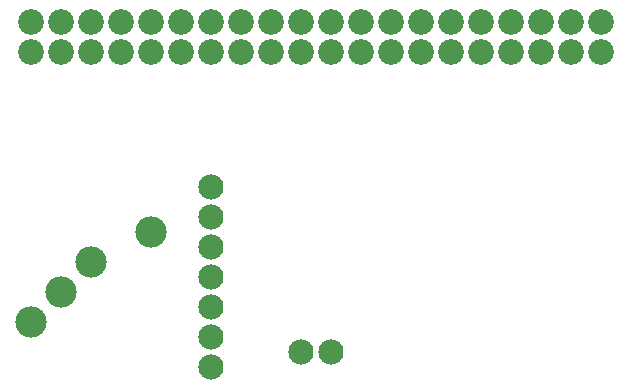
<source format=gts>
G04 MADE WITH FRITZING*
G04 WWW.FRITZING.ORG*
G04 DOUBLE SIDED*
G04 HOLES PLATED*
G04 CONTOUR ON CENTER OF CONTOUR VECTOR*
%ASAXBY*%
%FSLAX23Y23*%
%MOIN*%
%OFA0B0*%
%SFA1.0B1.0*%
%ADD10C,0.085361*%
%ADD11C,0.084000*%
%ADD12C,0.104488*%
%LNMASK1*%
G90*
G70*
G54D10*
X92Y1223D03*
X192Y1223D03*
X292Y1223D03*
X392Y1223D03*
X492Y1223D03*
X592Y1223D03*
X692Y1223D03*
X792Y1223D03*
X892Y1223D03*
X992Y1223D03*
X1092Y1223D03*
X1192Y1223D03*
X1292Y1223D03*
X1392Y1223D03*
X1492Y1223D03*
X1592Y1223D03*
X1692Y1223D03*
X1792Y1223D03*
X1892Y1223D03*
X1992Y1223D03*
X1992Y1323D03*
X1892Y1323D03*
X1792Y1323D03*
X1692Y1323D03*
X1592Y1323D03*
X1492Y1323D03*
X1392Y1323D03*
X1292Y1323D03*
X1192Y1323D03*
X1092Y1323D03*
X992Y1323D03*
X892Y1323D03*
X792Y1323D03*
X692Y1323D03*
X592Y1323D03*
X492Y1323D03*
X392Y1323D03*
X292Y1323D03*
X192Y1323D03*
X92Y1323D03*
G54D11*
X992Y223D03*
X692Y573D03*
X692Y673D03*
X692Y773D03*
X692Y173D03*
X692Y273D03*
X692Y373D03*
X692Y473D03*
X1092Y223D03*
G54D12*
X492Y623D03*
X292Y523D03*
X92Y323D03*
X192Y423D03*
G04 End of Mask1*
M02*
</source>
